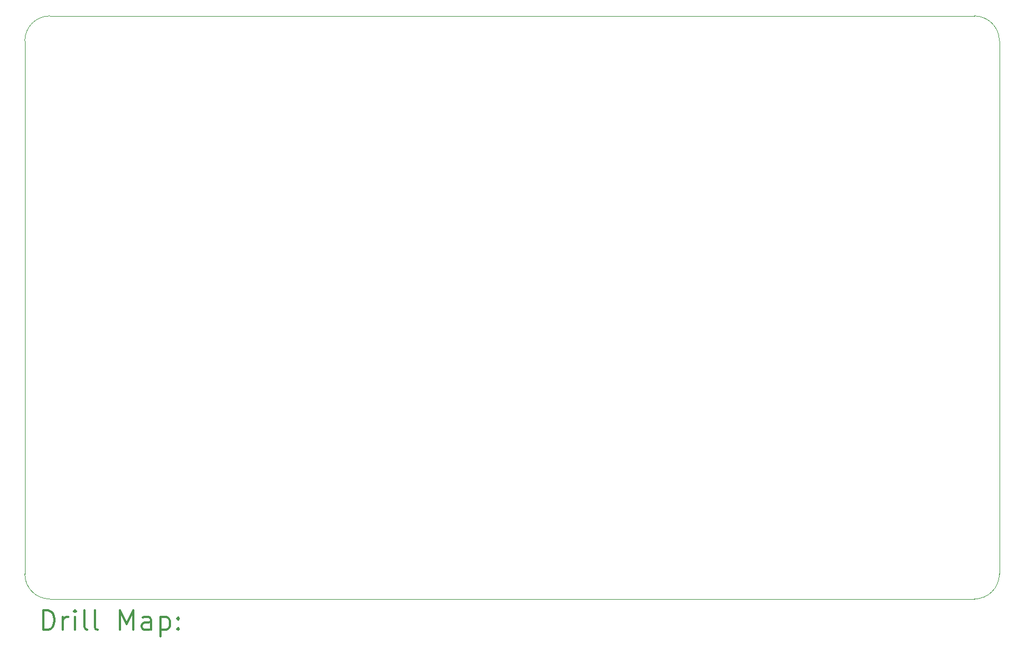
<source format=gbr>
%FSLAX45Y45*%
G04 Gerber Fmt 4.5, Leading zero omitted, Abs format (unit mm)*
G04 Created by KiCad (PCBNEW (5.1.10-1-10_14)) date 2021-11-19 10:12:41*
%MOMM*%
%LPD*%
G01*
G04 APERTURE LIST*
%TA.AperFunction,Profile*%
%ADD10C,0.120000*%
%TD*%
%ADD11C,0.200000*%
%ADD12C,0.300000*%
G04 APERTURE END LIST*
D10*
X3810000Y-6604000D02*
G75*
G02*
X4191000Y-6223000I381000J0D01*
G01*
X4191000Y-15113000D02*
G75*
G02*
X3810000Y-14732000I0J381000D01*
G01*
X18669000Y-14732000D02*
G75*
G02*
X18288000Y-15113000I-381000J0D01*
G01*
X18288000Y-6223000D02*
G75*
G02*
X18669000Y-6604000I0J-381000D01*
G01*
X4191000Y-15113000D02*
X18288000Y-15113000D01*
X3810000Y-6604000D02*
X3810000Y-14732000D01*
X18288000Y-6223000D02*
X4191000Y-6223000D01*
X18669000Y-14732000D02*
X18669000Y-6604000D01*
D11*
D12*
X4090428Y-15584714D02*
X4090428Y-15284714D01*
X4161857Y-15284714D01*
X4204714Y-15299000D01*
X4233286Y-15327571D01*
X4247571Y-15356143D01*
X4261857Y-15413286D01*
X4261857Y-15456143D01*
X4247571Y-15513286D01*
X4233286Y-15541857D01*
X4204714Y-15570429D01*
X4161857Y-15584714D01*
X4090428Y-15584714D01*
X4390428Y-15584714D02*
X4390428Y-15384714D01*
X4390428Y-15441857D02*
X4404714Y-15413286D01*
X4419000Y-15399000D01*
X4447571Y-15384714D01*
X4476143Y-15384714D01*
X4576143Y-15584714D02*
X4576143Y-15384714D01*
X4576143Y-15284714D02*
X4561857Y-15299000D01*
X4576143Y-15313286D01*
X4590428Y-15299000D01*
X4576143Y-15284714D01*
X4576143Y-15313286D01*
X4761857Y-15584714D02*
X4733286Y-15570429D01*
X4719000Y-15541857D01*
X4719000Y-15284714D01*
X4919000Y-15584714D02*
X4890428Y-15570429D01*
X4876143Y-15541857D01*
X4876143Y-15284714D01*
X5261857Y-15584714D02*
X5261857Y-15284714D01*
X5361857Y-15499000D01*
X5461857Y-15284714D01*
X5461857Y-15584714D01*
X5733286Y-15584714D02*
X5733286Y-15427571D01*
X5719000Y-15399000D01*
X5690428Y-15384714D01*
X5633286Y-15384714D01*
X5604714Y-15399000D01*
X5733286Y-15570429D02*
X5704714Y-15584714D01*
X5633286Y-15584714D01*
X5604714Y-15570429D01*
X5590428Y-15541857D01*
X5590428Y-15513286D01*
X5604714Y-15484714D01*
X5633286Y-15470429D01*
X5704714Y-15470429D01*
X5733286Y-15456143D01*
X5876143Y-15384714D02*
X5876143Y-15684714D01*
X5876143Y-15399000D02*
X5904714Y-15384714D01*
X5961857Y-15384714D01*
X5990428Y-15399000D01*
X6004714Y-15413286D01*
X6019000Y-15441857D01*
X6019000Y-15527571D01*
X6004714Y-15556143D01*
X5990428Y-15570429D01*
X5961857Y-15584714D01*
X5904714Y-15584714D01*
X5876143Y-15570429D01*
X6147571Y-15556143D02*
X6161857Y-15570429D01*
X6147571Y-15584714D01*
X6133286Y-15570429D01*
X6147571Y-15556143D01*
X6147571Y-15584714D01*
X6147571Y-15399000D02*
X6161857Y-15413286D01*
X6147571Y-15427571D01*
X6133286Y-15413286D01*
X6147571Y-15399000D01*
X6147571Y-15427571D01*
M02*

</source>
